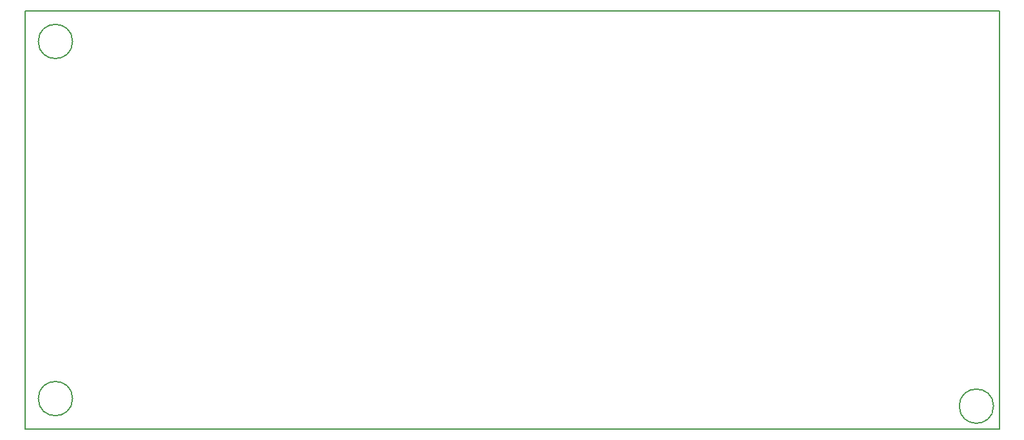
<source format=gbr>
G04 #@! TF.GenerationSoftware,KiCad,Pcbnew,(5.0.2)-1*
G04 #@! TF.CreationDate,2019-10-14T17:28:43+02:00*
G04 #@! TF.ProjectId,motoHUD,6d6f746f-4855-4442-9e6b-696361645f70,rev?*
G04 #@! TF.SameCoordinates,Original*
G04 #@! TF.FileFunction,Profile,NP*
%FSLAX46Y46*%
G04 Gerber Fmt 4.6, Leading zero omitted, Abs format (unit mm)*
G04 Created by KiCad (PCBNEW (5.0.2)-1) date 14.10.2019 17:28:43*
%MOMM*%
%LPD*%
G01*
G04 APERTURE LIST*
%ADD10C,0.150000*%
G04 APERTURE END LIST*
D10*
X203250000Y-133000000D02*
G75*
G03X203250000Y-133000000I-2250000J0D01*
G01*
X82250000Y-85000000D02*
G75*
G03X82250000Y-85000000I-2250000J0D01*
G01*
X82250000Y-132000000D02*
G75*
G03X82250000Y-132000000I-2250000J0D01*
G01*
X76000000Y-81000000D02*
X204000000Y-81000000D01*
X76000000Y-136000000D02*
X76000000Y-81000000D01*
X204000000Y-136000000D02*
X76000000Y-136000000D01*
X204000000Y-81000000D02*
X204000000Y-136000000D01*
M02*

</source>
